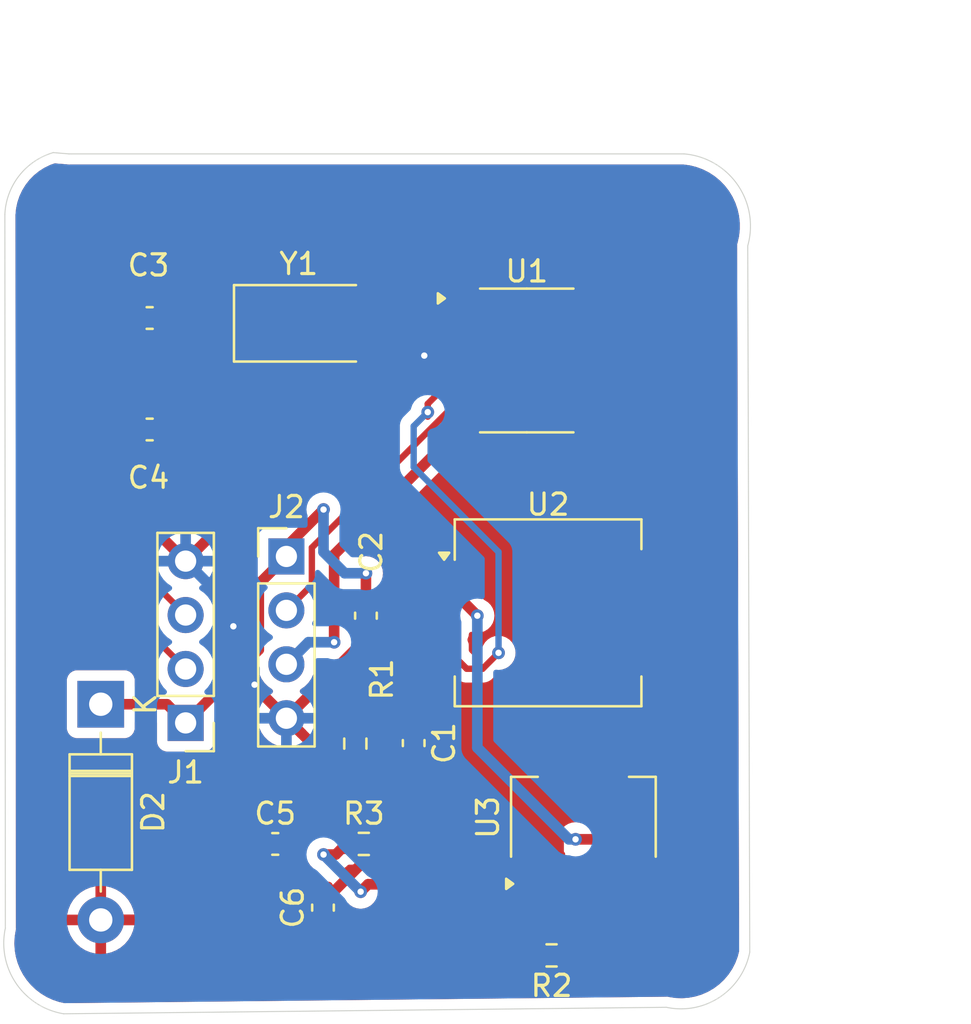
<source format=kicad_pcb>
(kicad_pcb (version 20240108) (generator "pcbnew") (generator_version "8.0")
  (layers (0 "F.Cu" signal) (31 "B.Cu" signal) (34 "B.Paste" user) (35 "F.Paste" user) (36 "B.SilkS" user "B.Silkscreen") (37 "F.SilkS" user "F.Silkscreen") (38 "B.Mask" user) (39 "F.Mask" user) (44 "Edge.Cuts" user))
  (net 0 "")
  (net 1 "+5V")
  (net 2 "GND")
  (net 7 "Net-(U1-PA0)")
  (net 9 "UART_2 RX")
  (net 10 "UART_1 RX")
  (net 13 "UART_2 TX")
  (net 17 "Net-(U1-PC15)")
  (net 21 "UART_1 TX")
  (net 24 "Net-(U1-PC14{slash}PB9)")
  (net 26 "Net-(U3-ADJ)")
  (net 27 "3.3V")
  (footprint "Diode_THT:D_DO-41_SOD81_P10.16mm_Horizontal" (layer "F.Cu") (at 43.5 51.92 -90)
    (property "Reference" "D2" (at 5.08 -2.47 90) (layer "F.SilkS"))
    (property "Value" "1N4007")
    (fp_line (start 2.36 1.47) (end 7.8 1.47) (stroke (width 0.12)) (layer "F.SilkS"))
    (fp_line (start 7.8 1.47) (end 7.8 -1.47) (stroke (width 0.12)) (layer "F.SilkS"))
    (fp_line (start 1.34 0) (end 2.36 0) (stroke (width 0.12)) (layer "F.SilkS"))
    (fp_line (start 8.82 0) (end 7.8 0) (stroke (width 0.12)) (layer "F.SilkS"))
    (fp_line (start 2.36 -1.47) (end 2.36 1.47) (stroke (width 0.12)) (layer "F.SilkS"))
    (fp_line (start 3.14 -1.47) (end 3.14 1.47) (stroke (width 0.12)) (layer "F.SilkS"))
    (fp_line (start 3.26 -1.47) (end 3.26 1.47) (stroke (width 0.12)) (layer "F.SilkS"))
    (fp_line (start 3.38 -1.47) (end 3.38 1.47) (stroke (width 0.12)) (layer "F.SilkS"))
    (fp_line (start 7.8 -1.47) (end 2.36 -1.47) (stroke (width 0.12)) (layer "F.SilkS"))
    (fp_text user "K" (at 0 -2.1 90) (layer "F.SilkS"))
    (pad "1" thru_hole rect (at 0 0 270) (size 2.2 2.2) (drill 1.1) (layers "*.Cu" "*.Mask") (net 1 "+5V"))
    (pad "2" thru_hole oval (at 10.16 0 270) (size 2.2 2.2) (drill 1.1) (layers "*.Cu" "*.Mask") (net 27 "3.3V"))
  )
  (footprint "Package_SO:TSSOP-20_4.4x6.5mm_P0.65mm" (layer "F.Cu") (at 63.5798 35.73)
    (property "Reference" "U1" (at 0 -4.2 0) (layer "F.SilkS"))
    (property "Value" "STM32G030F6Px")
    (fp_line (start 0 -3.385) (end -2.2 -3.385) (stroke (width 0.12)) (layer "F.SilkS"))
    (fp_line (start 0 -3.385) (end 2.2 -3.385) (stroke (width 0.12)) (layer "F.SilkS"))
    (fp_line (start 0 3.385) (end -2.2 3.385) (stroke (width 0.12)) (layer "F.SilkS"))
    (fp_line (start 0 3.385) (end 2.2 3.385) (stroke (width 0.12)) (layer "F.SilkS"))
    (fp_poly (pts (xy -3.86 -2.925) (xy -4.19 -3.165) (xy -4.19 -2.685) (xy -3.86 -2.925)) (stroke (width 0.12)) (fill solid) (layer "F.SilkS"))
    (pad "1" smd roundrect (at -2.8625 -2.925) (size 1.475 0.4) (layers "F.Cu" "F.Paste" "F.Mask") (net 10 "UART_1 RX"))
    (pad "2" smd roundrect (at -2.8625 -2.275) (size 1.475 0.4) (layers "F.Cu" "F.Paste" "F.Mask") (net 24 "Net-(U1-PC14{slash}PB9)"))
    (pad "3" smd roundrect (at -2.8625 -1.625) (size 1.475 0.4) (layers "F.Cu" "F.Paste" "F.Mask") (net 17 "Net-(U1-PC15)"))
    (pad "4" smd roundrect (at -2.8625 -0.975) (size 1.475 0.4) (layers "F.Cu" "F.Paste" "F.Mask") (net 27 "3.3V"))
    (pad "5" smd roundrect (at -2.8625 -0.325) (size 1.475 0.4) (layers "F.Cu" "F.Paste" "F.Mask") (net 2 "GND"))
    (pad "6" smd roundrect (at -2.8625 0.325) (size 1.475 0.4) (layers "F.Cu" "F.Paste" "F.Mask"))
    (pad "7" smd roundrect (at -2.8625 0.975) (size 1.475 0.4) (layers "F.Cu" "F.Paste" "F.Mask") (net 7 "Net-(U1-PA0)"))
    (pad "8" smd roundrect (at -2.8625 1.625) (size 1.475 0.4) (layers "F.Cu" "F.Paste" "F.Mask"))
    (pad "9" smd roundrect (at -2.8625 2.275) (size 1.475 0.4) (layers "F.Cu" "F.Paste" "F.Mask") (net 13 "UART_2 TX"))
    (pad "10" smd roundrect (at -2.8625 2.925) (size 1.475 0.4) (layers "F.Cu" "F.Paste" "F.Mask") (net 9 "UART_2 RX"))
    (pad "11" smd roundrect (at 2.8625 2.925) (size 1.475 0.4) (layers "F.Cu" "F.Paste" "F.Mask"))
    (pad "12" smd roundrect (at 2.8625 2.275) (size 1.475 0.4) (layers "F.Cu" "F.Paste" "F.Mask"))
    (pad "13" smd roundrect (at 2.8625 1.625) (size 1.475 0.4) (layers "F.Cu" "F.Paste" "F.Mask"))
    (pad "14" smd roundrect (at 2.8625 0.975) (size 1.475 0.4) (layers "F.Cu" "F.Paste" "F.Mask"))
    (pad "15" smd roundrect (at 2.8625 0.325) (size 1.475 0.4) (layers "F.Cu" "F.Paste" "F.Mask"))
    (pad "16" smd roundrect (at 2.8625 -0.325) (size 1.475 0.4) (layers "F.Cu" "F.Paste" "F.Mask"))
    (pad "17" smd roundrect (at 2.8625 -0.975) (size 1.475 0.4) (layers "F.Cu" "F.Paste" "F.Mask"))
    (pad "18" smd roundrect (at 2.8625 -1.625) (size 1.475 0.4) (layers "F.Cu" "F.Paste" "F.Mask"))
    (pad "19" smd roundrect (at 2.8625 -2.275) (size 1.475 0.4) (layers "F.Cu" "F.Paste" "F.Mask"))
    (pad "20" smd roundrect (at 2.8625 -2.925) (size 1.475 0.4) (layers "F.Cu" "F.Paste" "F.Mask") (net 21 "UART_1 TX"))
  )
  (footprint "Resistor_SMD:R_0603_1608Metric" (layer "F.Cu") (at 55.5 53.775 -90)
    (property "Reference" "R1" (at -3.025 -1.25 90) (layer "F.SilkS"))
    (property "Value" "51K")
    (fp_line (start -0.237258 0.5225) (end 0.237258 0.5225) (stroke (width 0.12)) (layer "F.SilkS"))
    (fp_line (start -0.237258 -0.5225) (end 0.237258 -0.5225) (stroke (width 0.12)) (layer "F.SilkS"))
    (pad "1" smd roundrect (at -0.825 0 270) (size 0.8 0.95) (layers "F.Cu" "F.Paste" "F.Mask") (net 7 "Net-(U1-PA0)"))
    (pad "2" smd roundrect (at 0.825 0 270) (size 0.8 0.95) (layers "F.Cu" "F.Paste" "F.Mask") (net 2 "GND"))
  )
  (footprint "Capacitor_SMD:C_0603_1608Metric" (layer "F.Cu") (at 45.8048 33.73)
    (property "Reference" "C3" (at -0.0548 -2.48 0) (layer "F.SilkS"))
    (property "Value" "10pF")
    (fp_line (start -0.14058 -0.51) (end 0.14058 -0.51) (stroke (width 0.12)) (layer "F.SilkS"))
    (fp_line (start -0.14058 0.51) (end 0.14058 0.51) (stroke (width 0.12)) (layer "F.SilkS"))
    (pad "1" smd roundrect (at -0.775 0) (size 0.9 0.95) (layers "F.Cu" "F.Paste" "F.Mask") (net 2 "GND"))
    (pad "2" smd roundrect (at 0.775 0) (size 0.9 0.95) (layers "F.Cu" "F.Paste" "F.Mask") (net 24 "Net-(U1-PC14{slash}PB9)"))
  )
  (footprint "Connector_PinHeader_2.54mm:PinHeader_1x04_P2.54mm_Vertical" (layer "F.Cu") (at 47.5 52.8 180)
    (property "Reference" "J1" (at 0 -2.33 180) (layer "F.SilkS"))
    (property "Value" "Conn_01x04_Pin")
    (fp_line (start 1.33 1.27) (end 1.33 8.95) (stroke (width 0.12)) (layer "F.SilkS"))
    (fp_line (start -1.33 8.95) (end 1.33 8.95) (stroke (width 0.12)) (layer "F.SilkS"))
    (fp_line (start -1.33 1.27) (end 1.33 1.27) (stroke (width 0.12)) (layer "F.SilkS"))
    (fp_line (start -1.33 1.27) (end -1.33 8.95) (stroke (width 0.12)) (layer "F.SilkS"))
    (fp_line (start -1.33 0) (end -1.33 -1.33) (stroke (width 0.12)) (layer "F.SilkS"))
    (fp_line (start -1.33 -1.33) (end 0 -1.33) (stroke (width 0.12)) (layer "F.SilkS"))
    (pad "1" thru_hole rect (at 0 0 180) (size 1.7 1.7) (drill 1) (layers "*.Cu" "*.Mask") (net 1 "+5V"))
    (pad "2" thru_hole oval (at 0 2.54 180) (size 1.7 1.7) (drill 1) (layers "*.Cu" "*.Mask") (net 21 "UART_1 TX"))
    (pad "3" thru_hole oval (at 0 5.08 180) (size 1.7 1.7) (drill 1) (layers "*.Cu" "*.Mask") (net 10 "UART_1 RX"))
    (pad "4" thru_hole oval (at 0 7.62 180) (size 1.7 1.7) (drill 1) (layers "*.Cu" "*.Mask") (net 2 "GND"))
  )
  (footprint "Resistor_SMD:R_0603_1608Metric" (layer "F.Cu") (at 55.9 58.5)
    (property "Reference" "R3" (at 0 -1.43 0) (layer "F.SilkS"))
    (property "Value" "R")
    (fp_line (start -0.237258 -0.5225) (end 0.237258 -0.5225) (stroke (width 0.12)) (layer "F.SilkS"))
    (fp_line (start -0.237258 0.5225) (end 0.237258 0.5225) (stroke (width 0.12)) (layer "F.SilkS"))
    (pad "1" smd roundrect (at -0.825 0) (size 0.8 0.95) (layers "F.Cu" "F.Paste" "F.Mask") (net 26 "Net-(U3-ADJ)"))
    (pad "2" smd roundrect (at 0.825 0) (size 0.8 0.95) (layers "F.Cu" "F.Paste" "F.Mask") (net 2 "GND"))
  )
  (footprint "Capacitor_SMD:C_0603_1608Metric" (layer "F.Cu") (at 45.8048 38.98)
    (property "Reference" "C4" (at -0.0548 2.27 0) (layer "F.SilkS"))
    (property "Value" "10pF")
    (fp_line (start -0.14058 -0.51) (end 0.14058 -0.51) (stroke (width 0.12)) (layer "F.SilkS"))
    (fp_line (start -0.14058 0.51) (end 0.14058 0.51) (stroke (width 0.12)) (layer "F.SilkS"))
    (pad "1" smd roundrect (at -0.775 0) (size 0.9 0.95) (layers "F.Cu" "F.Paste" "F.Mask") (net 2 "GND"))
    (pad "2" smd roundrect (at 0.775 0) (size 0.9 0.95) (layers "F.Cu" "F.Paste" "F.Mask") (net 17 "Net-(U1-PC15)"))
  )
  (footprint "Package_TO_SOT_SMD:SOT-223-3_TabPin2" (layer "F.Cu") (at 66.25 57.25 90)
    (property "Reference" "U3" (at 0 -4.5 270) (layer "F.SilkS"))
    (property "Value" "AMS1117")
    (fp_line (start 1.91 -3.41) (end 1.91 -2.15) (stroke (width 0.12)) (layer "F.SilkS"))
    (fp_line (start -1.85 -3.41) (end 1.91 -3.41) (stroke (width 0.12)) (layer "F.SilkS"))
    (fp_line (start 1.91 3.41) (end 1.91 2.15) (stroke (width 0.12)) (layer "F.SilkS"))
    (fp_line (start -1.85 3.41) (end 1.91 3.41) (stroke (width 0.12)) (layer "F.SilkS"))
    (fp_poly (pts (xy -3.13 -3.31) (xy -3.37 -3.64) (xy -2.89 -3.64) (xy -3.13 -3.31)) (stroke (width 0.12)) (fill solid) (layer "F.SilkS"))
    (pad "1" smd roundrect (at -3.15 -2.3 90) (size 2 1.5) (layers "F.Cu" "F.Paste" "F.Mask") (net 26 "Net-(U3-ADJ)"))
    (pad "2" smd roundrect (at -3.15 0 90) (size 2 1.5) (layers "F.Cu" "F.Paste" "F.Mask") (net 27 "3.3V"))
    (pad "2" smd roundrect (at 3.15 0 90) (size 2 3.8) (layers "F.Cu" "F.Paste" "F.Mask") (net 27 "3.3V"))
    (pad "3" smd roundrect (at -3.15 2.3 90) (size 2 1.5) (layers "F.Cu" "F.Paste" "F.Mask") (net 1 "+5V"))
  )
  (footprint "Capacitor_SMD:C_0603_1608Metric" (layer "F.Cu") (at 58.25 53.75 -90)
    (property "Reference" "C1" (at 0 -1.43 90) (layer "F.SilkS"))
    (property "Value" "47pF" (hide yes))
    (fp_line (start -0.14058 0.51) (end 0.14058 0.51) (stroke (width 0.12)) (layer "F.SilkS"))
    (fp_line (start -0.14058 -0.51) (end 0.14058 -0.51) (stroke (width 0.12)) (layer "F.SilkS"))
    (pad "1" smd roundrect (at -0.775 0 270) (size 0.9 0.95) (layers "F.Cu" "F.Paste" "F.Mask") (net 7 "Net-(U1-PA0)"))
    (pad "2" smd roundrect (at 0.775 0 270) (size 0.9 0.95) (layers "F.Cu" "F.Paste" "F.Mask") (net 2 "GND"))
  )
  (footprint "Sensor_Pressure:Freescale_98ARH99089A" (layer "F.Cu") (at 64.5851 47.615)
    (property "Reference" "U2" (at 0 -5.1 0) (layer "F.SilkS"))
    (property "Value" "MPXA6115A")
    (fp_line (start -4.4 -4.4) (end -4.4 -2.5) (stroke (width 0.12)) (layer "F.SilkS"))
    (fp_line (start -4.4 4.4) (end -4.4 3) (stroke (width 0.12)) (layer "F.SilkS"))
    (fp_line (start 4.4 -4.4) (end -4.4 -4.4) (stroke (width 0.12)) (layer "F.SilkS"))
    (fp_line (start 4.4 -3) (end 4.4 -4.4) (stroke (width 0.12)) (layer "F.SilkS"))
    (fp_line (start 4.4 3) (end 4.4 4.4) (stroke (width 0.12)) (layer "F.SilkS"))
    (fp_line (start 4.4 4.4) (end -4.4 4.4) (stroke (width 0.12)) (layer "F.SilkS"))
    (fp_poly (pts (xy -4.9 -2.5) (xy -5.14 -2.83) (xy -4.66 -2.83) (xy -4.9 -2.5)) (stroke (width 0.12)) (fill solid) (layer "F.SilkS"))
    (pad "1" smd rect (at -4.9149 -1.905) (size 1.35 0.7) (layers "F.Cu" "F.Paste" "F.Mask"))
    (pad "2" smd rect (at -4.9149 -0.635) (size 1.35 0.7) (layers "F.Cu" "F.Paste" "F.Mask") (net 1 "+5V"))
    (pad "3" smd rect (at -4.9149 0.635) (size 1.35 0.7) (layers "F.Cu" "F.Paste" "F.Mask") (net 2 "GND"))
    (pad "4" smd rect (at -4.9149 1.905) (size 1.35 0.7) (layers "F.Cu" "F.Paste" "F.Mask") (net 7 "Net-(U1-PA0)"))
    (pad "5" smd rect (at 4.9149 1.905) (size 1.35 0.7) (layers "F.Cu" "F.Paste" "F.Mask"))
    (pad "6" smd rect (at 4.9149 0.635) (size 1.35 0.7) (layers "F.Cu" "F.Paste" "F.Mask"))
    (pad "7" smd rect (at 4.9149 -0.635) (size 1.35 0.7) (layers "F.Cu" "F.Paste" "F.Mask"))
    (pad "8" smd rect (at 4.9149 -1.905) (size 1.35 0.7) (layers "F.Cu" "F.Paste" "F.Mask"))
  )
  (footprint "Capacitor_SMD:C_0603_1608Metric" (layer "F.Cu") (at 56 47.75 -90)
    (property "Reference" "C2" (at -3 -0.25 90) (layer "F.SilkS"))
    (property "Value" "100nF")
    (fp_line (start -0.14058 0.51) (end 0.14058 0.51) (stroke (width 0.12)) (layer "F.SilkS"))
    (fp_line (start -0.14058 -0.51) (end 0.14058 -0.51) (stroke (width 0.12)) (layer "F.SilkS"))
    (pad "1" smd roundrect (at -0.775 0 270) (size 0.9 0.95) (layers "F.Cu" "F.Paste" "F.Mask") (net 1 "+5V"))
    (pad "2" smd roundrect (at 0.775 0 270) (size 0.9 0.95) (layers "F.Cu" "F.Paste" "F.Mask") (net 2 "GND"))
  )
  (footprint "Capacitor_SMD:C_0603_1608Metric" (layer "F.Cu") (at 53.975 61.5 90)
    (property "Reference" "C6" (at 0 -1.43 270) (layer "F.SilkS"))
    (property "Value" "22uF")
    (fp_line (start -0.14058 -0.51) (end 0.14058 -0.51) (stroke (width 0.12)) (layer "F.SilkS"))
    (fp_line (start -0.14058 0.51) (end 0.14058 0.51) (stroke (width 0.12)) (layer "F.SilkS"))
    (pad "1" smd roundrect (at -0.775 0 90) (size 0.9 0.95) (layers "F.Cu" "F.Paste" "F.Mask") (net 27 "3.3V"))
    (pad "2" smd roundrect (at 0.775 0 90) (size 0.9 0.95) (layers "F.Cu" "F.Paste" "F.Mask") (net 2 "GND"))
  )
  (footprint "Resistor_SMD:R_0603_1608Metric" (layer "F.Cu") (at 64.75 63.75 180)
    (property "Reference" "R2" (at 0 -1.43 180) (layer "F.SilkS"))
    (property "Value" "R")
    (fp_line (start -0.237258 0.5225) (end 0.237258 0.5225) (stroke (width 0.12)) (layer "F.SilkS"))
    (fp_line (start -0.237258 -0.5225) (end 0.237258 -0.5225) (stroke (width 0.12)) (layer "F.SilkS"))
    (pad "1" smd roundrect (at -0.825 0 180) (size 0.8 0.95) (layers "F.Cu" "F.Paste" "F.Mask") (net 27 "3.3V"))
    (pad "2" smd roundrect (at 0.825 0 180) (size 0.8 0.95) (layers "F.Cu" "F.Paste" "F.Mask") (net 26 "Net-(U3-ADJ)"))
  )
  (footprint "Connector_PinHeader_2.54mm:PinHeader_1x04_P2.54mm_Vertical" (layer "F.Cu") (at 52.25 44.96)
    (property "Reference" "J2" (at 0 -2.33 0) (layer "F.SilkS"))
    (property "Value" "Conn_01x04_Pin")
    (fp_line (start -1.33 -1.33) (end 0 -1.33) (stroke (width 0.12)) (layer "F.SilkS"))
    (fp_line (start -1.33 0) (end -1.33 -1.33) (stroke (width 0.12)) (layer "F.SilkS"))
    (fp_line (start -1.33 1.27) (end -1.33 8.95) (stroke (width 0.12)) (layer "F.SilkS"))
    (fp_line (start -1.33 1.27) (end 1.33 1.27) (stroke (width 0.12)) (layer "F.SilkS"))
    (fp_line (start -1.33 8.95) (end 1.33 8.95) (stroke (width 0.12)) (layer "F.SilkS"))
    (fp_line (start 1.33 1.27) (end 1.33 8.95) (stroke (width 0.12)) (layer "F.SilkS"))
    (pad "1" thru_hole rect (at 0 0) (size 1.7 1.7) (drill 1) (layers "*.Cu" "*.Mask") (net 1 "+5V"))
    (pad "2" thru_hole oval (at 0 2.54) (size 1.7 1.7) (drill 1) (layers "*.Cu" "*.Mask") (net 13 "UART_2 TX"))
    (pad "3" thru_hole oval (at 0 5.08) (size 1.7 1.7) (drill 1) (layers "*.Cu" "*.Mask") (net 9 "UART_2 RX"))
    (pad "4" thru_hole oval (at 0 7.62) (size 1.7 1.7) (drill 1) (layers "*.Cu" "*.Mask") (net 2 "GND"))
  )
  (footprint "Capacitor_SMD:C_0603_1608Metric" (layer "F.Cu") (at 51.725 58.5)
    (property "Reference" "C5" (at 0 -1.43 0) (layer "F.SilkS"))
    (property "Value" "10uF")
    (fp_line (start -0.14058 -0.51) (end 0.14058 -0.51) (stroke (width 0.12)) (layer "F.SilkS"))
    (fp_line (start -0.14058 0.51) (end 0.14058 0.51) (stroke (width 0.12)) (layer "F.SilkS"))
    (pad "1" smd roundrect (at -0.775 0) (size 0.9 0.95) (layers "F.Cu" "F.Paste" "F.Mask") (net 26 "Net-(U3-ADJ)"))
    (pad "2" smd roundrect (at 0.775 0) (size 0.9 0.95) (layers "F.Cu" "F.Paste" "F.Mask") (net 2 "GND"))
  )
  (footprint "Crystal:Crystal_SMD_5032-2Pin_5.0x3.2mm" (layer "F.Cu") (at 52.8298 33.98)
    (property "Reference" "Y1" (at 0 -2.8 0) (layer "F.SilkS"))
    (property "Value" "8Mhz")
    (fp_line (start -3.05 -1.8) (end -3.05 1.8) (stroke (width 0.12)) (layer "F.SilkS"))
    (fp_line (start -3.05 1.8) (end 2.7 1.8) (stroke (width 0.12)) (layer "F.SilkS"))
    (fp_line (start 2.7 -1.8) (end -3.05 -1.8) (stroke (width 0.12)) (layer "F.SilkS"))
    (pad "1" smd rect (at -1.85 0) (size 2 2.4) (layers "F.Cu" "F.Paste" "F.Mask") (net 24 "Net-(U1-PC14{slash}PB9)"))
    (pad "2" smd rect (at 1.85 0) (size 2 2.4) (layers "F.Cu" "F.Paste" "F.Mask") (net 17 "Net-(U1-PC15)"))
  )
  (gr_line (start 73.997065 30.326462) (end 74.092263 63.59686) (stroke (width 0.05)) (layer "Edge.Cuts"))
  (gr_line (start 39.002032 62.469347) (end 38.979603 28.845197) (stroke (width 0.05)) (layer "Edge.Cuts"))
  (gr_arc (start 41.75 66.499999) (mid 39.512669 65.073275) (end 39.002032 62.469347) (stroke (width 0.05)) (layer "Edge.Cuts"))
  (gr_arc (start 38.979603 28.845197) (mid 39.653826 27.026353) (end 41.259963 25.938653) (stroke (width 0.05)) (layer "Edge.Cuts"))
  (gr_line (start 70.160376 66.193886) (end 41.75 66.5) (stroke (width 0.05)) (layer "Edge.Cuts"))
  (gr_arc (start 74.092262 63.59686) (mid 72.671359 65.720562) (end 70.160376 66.193886) (stroke (width 0.05)) (layer "Edge.Cuts"))
  (gr_arc (start 71 26.000001) (mid 73.519076 27.456272) (end 73.997065 30.326462) (stroke (width 0.05)) (layer "Edge.Cuts"))
  (gr_line (start 42 26) (end 41.259963 25.938653) (stroke (width 0.05)) (layer "Edge.Cuts"))
  (gr_line (start 42 26) (end 71 26) (stroke (width 0.05)) (layer "Edge.Cuts"))
  (segment (start 56 46.975) (end 59.6652 46.975) (width 0.5) (layer "F.Cu") (net 1))
  (segment (start 46.62 51.92) (end 47.5 52.8) (width 0.5) (layer "F.Cu") (net 1))
  (segment (start 52.25 44.96) (end 52.25 44.5) (width 0.5) (layer "F.Cu") (net 1))
  (segment (start 68.55 60.4) (end 68.9 60.4) (width 0.5) (layer "F.Cu") (net 1))
  (segment (start 50.95 49.35) (end 50.95 46.26) (width 0.5) (layer "F.Cu") (net 1))
  (segment (start 52.25 44.5) (end 54 42.75) (width 0.5) (layer "F.Cu") (net 1))
  (segment (start 66.782821 58.282821) (end 65.879974 58.282821) (width 0.5) (layer "F.Cu") (net 1))
  (segment (start 60.48 46.98) (end 61.25 47.75) (width 0.5) (layer "F.Cu") (net 1))
  (segment (start 56.005 46.98) (end 56 46.975) (width 0.3) (layer "F.Cu") (net 1))
  (segment (start 50.95 46.26) (end 52.25 44.96) (width 0.5) (layer "F.Cu") (net 1))
  (segment (start 47.5 52.8) (end 50.95 49.35) (width 0.5) (layer "F.Cu") (net 1))
  (segment (start 52.25 44.96) (end 52.5 44.96) (width 0.5) (layer "F.Cu") (net 1))
  (segment (start 56 45.75) (end 56 46.975) (width 0.5) (layer "F.Cu") (net 1))
  (segment (start 69 60.5) (end 66.782821 58.282821) (width 0.5) (layer "F.Cu") (net 1))
  (segment (start 43.5 51.92) (end 46.62 51.92) (width 0.5) (layer "F.Cu") (net 1))
  (segment (start 59.6702 46.98) (end 60.48 46.98) (width 0.5) (layer "F.Cu") (net 1))
  (segment (start 68.9 60.4) (end 69 60.5) (width 0.5) (layer "F.Cu") (net 1))
  (via (at 54 42.75) (size 0.6) (drill 0.3) (layers "F.Cu" "B.Cu") (net 1))
  (via (at 61.25 47.75) (size 0.6) (drill 0.3) (layers "F.Cu" "B.Cu") (net 1))
  (via (at 65.879974 58.282821) (size 0.6) (drill 0.3) (layers "F.Cu" "B.Cu") (net 1))
  (via (at 56 45.75) (size 0.6) (drill 0.3) (layers "F.Cu" "B.Cu") (net 1))
  (segment (start 54 42.75) (end 54 44.75) (width 0.5) (layer "B.Cu") (net 1))
  (segment (start 55 45.75) (end 55.75 45.75) (width 0.5) (layer "B.Cu") (net 1))
  (segment (start 65.879974 58.282821) (end 65.565822 58.282821) (width 0.5) (layer "B.Cu") (net 1))
  (segment (start 65.565822 58.282821) (end 61.25 53.966999) (width 0.5) (layer "B.Cu") (net 1))
  (segment (start 55.75 45.75) (end 56 45.75) (width 0.5) (layer "B.Cu") (net 1))
  (segment (start 61.25 53.966999) (end 61.25 47.75) (width 0.5) (layer "B.Cu") (net 1))
  (segment (start 54 44.75) (end 55 45.75) (width 0.5) (layer "B.Cu") (net 1))
  (segment (start 45.0298 38.98) (end 45.0298 42.7798) (width 0.5) (layer "F.Cu") (net 2))
  (segment (start 52.96 53.29) (end 52.25 52.58) (width 0.5) (layer "F.Cu") (net 2))
  (segment (start 53.975 60.725) (end 54.5 60.725) (width 0.5) (layer "F.Cu") (net 2))
  (segment (start 56.275 48.25) (end 56 48.525) (width 0.5) (layer "F.Cu") (net 2))
  (segment (start 52.96 53.29) (end 50.75 51.08) (width 0.5) (layer "F.Cu") (net 2))
  (segment (start 60.7173 35.405) (end 58.845 35.405) (width 0.5) (layer "F.Cu") (net 2))
  (segment (start 52.5 58.5) (end 52.5 59.25) (width 0.5) (layer "F.Cu") (net 2))
  (segment (start 45.0298 38.98) (end 45.0298 33.73) (width 0.5) (layer "F.Cu") (net 2))
  (segment (start 54.27 54.6) (end 52.96 53.29) (width 0.5) (layer "F.Cu") (net 2))
  (segment (start 58.75 35.5) (end 57.18 35.5) (width 0.5) (layer "F.Cu") (net 2))
  (segment (start 45.32 43) (end 47.5 45.18) (width 0.5) (layer "F.Cu") (net 2))
  (segment (start 55.5 54.6) (end 54.27 54.6) (width 0.5) (layer "F.Cu") (net 2))
  (segment (start 58.845 35.405) (end 58.75 35.5) (width 0.5) (layer "F.Cu") (net 2))
  (segment (start 56 48.83) (end 56 48.525) (width 0.5) (layer "F.Cu") (net 2))
  (segment (start 50.75 51.08) (end 50.75 51) (width 0.5) (layer "F.Cu") (net 2))
  (segment (start 55.575 54.525) (end 55.5 54.6) (width 0.5) (layer "F.Cu") (net 2))
  (segment (start 54.5 60.725) (end 56.725 58.5) (width 0.5) (layer "F.Cu") (net 2))
  (segment (start 56.725 58.5) (end 56.725 55.825) (width 0.5) (layer "F.Cu") (net 2))
  (segment (start 52.5 59.25) (end 53.975 60.725) (width 0.5) (layer "F.Cu") (net 2))
  (segment (start 56.725 55.825) (end 55.5 54.6) (width 0.5) (layer "F.Cu") (net 2))
  (segment (start 59.6702 48.25) (end 56.275 48.25) (width 0.5) (layer "F.Cu") (net 2))
  (segment (start 45.25 43) (end 45.32 43) (width 0.5) (layer "F.Cu") (net 2))
  (segment (start 45.0298 42.7798) (end 45.25 43) (width 0.5) (layer "F.Cu") (net 2))
  (segment (start 57.18 35.5) (end 56.555 36.125) (width 0.5) (layer "F.Cu") (net 2))
  (segment (start 58.25 54.525) (end 55.575 54.525) (width 0.5) (layer "F.Cu") (net 2))
  (segment (start 56.555 36.125) (end 47.5 45.18) (width 0.5) (layer "F.Cu") (net 2))
  (segment (start 52.25 52.58) (end 56 48.83) (width 0.5) (layer "F.Cu") (net 2))
  (via (at 50.75 51) (size 0.6) (drill 0.3) (layers "F.Cu" "B.Cu") (net 2))
  (via (at 49.75 48.25) (size 0.6) (drill 0.3) (layers "F.Cu" "B.Cu") (net 2))
  (via (at 58.75 35.5) (size 0.6) (drill 0.3) (layers "F.Cu" "B.Cu") (net 2))
  (segment (start 49.75 47.43) (end 49.75 48.25) (width 0.5) (layer "B.Cu") (net 2))
  (segment (start 50.75 51) (end 50.75 50.25) (width 0.5) (layer "B.Cu") (net 2))
  (segment (start 47.5 45.18) (end 49.75 47.43) (width 0.5) (layer "B.Cu") (net 2))
  (segment (start 50.75 50.25) (end 50 49.5) (width 0.5) (layer "B.Cu") (net 2))
  (segment (start 50 49.5) (end 49.75 49.25) (width 0.5) (layer "B.Cu") (net 2))
  (segment (start 49.75 49.25) (end 49.75 48.25) (width 0.5) (layer "B.Cu") (net 2))
  (segment (start 58.913196 37.771605) (end 58.913196 38.163196) (width 0.3) (layer "F.Cu") (net 7))
  (segment (start 58.913196 38.163196) (end 58.913196 38.37533) (width 0.3) (layer "F.Cu") (net 7))
  (segment (start 59.979801 36.705) (end 58.913196 37.771605) (width 0.3) (layer "F.Cu") (net 7))
  (segment (start 61.5 50.25) (end 62.25 49.5) (width 0.3) (layer "F.Cu") (net 7))
  (segment (start 55.525 52.975) (end 55.5 52.95) (width 0.3) (layer "F.Cu") (net 7))
  (segment (start 59.6702 49.52) (end 60.02 49.52) (width 0.3) (layer "F.Cu") (net 7))
  (segment (start 58.25 52.975) (end 58.25 50.75) (width 0.3) (layer "F.Cu") (net 7))
  (segment (start 60.02 49.52) (end 60.75 50.25) (width 0.3) (layer "F.Cu") (net 7))
  (segment (start 60.75 50.25) (end 61.5 50.25) (width 0.3) (layer "F.Cu") (net 7))
  (segment (start 58.25 50.75) (end 59.48 49.52) (width 0.3) (layer "F.Cu") (net 7))
  (segment (start 60.7173 36.705) (end 59.979801 36.705) (width 0.3) (layer "F.Cu") (net 7))
  (segment (start 59.48 49.52) (end 59.6702 49.52) (width 0.3) (layer "F.Cu") (net 7))
  (segment (start 58.25 52.975) (end 55.525 52.975) (width 0.3) (layer "F.Cu") (net 7))
  (via (at 62.25 49.5) (size 0.6) (drill 0.3) (layers "F.Cu" "B.Cu") (net 7))
  (via (at 58.913196 38.163196) (size 0.6) (drill 0.3) (layers "F.Cu" "B.Cu") (net 7))
  (segment (start 62.25 44.75) (end 62.25 49.5) (width 0.3) (layer "B.Cu") (net 7))
  (segment (start 58.913196 38.163196) (end 58.25 38.826392) (width 0.3) (layer "B.Cu") (net 7))
  (segment (start 58.25 38.826392) (end 58.25 40.75) (width 0.3) (layer "B.Cu") (net 7))
  (segment (start 58.25 40.75) (end 62.25 44.75) (width 0.3) (layer "B.Cu") (net 7))
  (segment (start 60.7173 38.655) (end 54.5 44.8723) (width 0.5) (layer "F.Cu") (net 9))
  (segment (start 54.5 44.8723) (end 54.5 49) (width 0.5) (layer "F.Cu") (net 9))
  (via (at 54.5 49) (size 0.6) (drill 0.3) (layers "F.Cu" "B.Cu") (net 9))
  (segment (start 53.29 49) (end 52.25 50.04) (width 0.5) (layer "B.Cu") (net 9))
  (segment (start 54.5 49) (end 53.29 49) (width 0.5) (layer "B.Cu") (net 9))
  (segment (start 56.9123 29) (end 60.7173 32.805) (width 0.3) (layer "F.Cu") (net 10))
  (segment (start 43.5 43.72) (end 43.5 31.5) (width 0.3) (layer "F.Cu") (net 10))
  (segment (start 46 29) (end 56.9123 29) (width 0.3) (layer "F.Cu") (net 10))
  (segment (start 47.5 47.72) (end 43.5 43.72) (width 0.3) (layer "F.Cu") (net 10))
  (segment (start 43.5 31.5) (end 46 29) (width 0.3) (layer "F.Cu") (net 10))
  (segment (start 59.990632 38.005) (end 53.45 44.545632) (width 0.3) (layer "F.Cu") (net 13))
  (segment (start 53.45 46.3) (end 52.25 47.5) (width 0.3) (layer "F.Cu") (net 13))
  (segment (start 60.7173 38.005) (end 59.990632 38.005) (width 0.3) (layer "F.Cu") (net 13))
  (segment (start 53.45 44.545632) (end 53.45 46.3) (width 0.3) (layer "F.Cu") (net 13))
  (segment (start 60.005 34.005) (end 54.7048 34.005) (width 0.3) (layer "F.Cu") (net 17))
  (segment (start 54.6798 33.98) (end 49.6798 38.98) (width 0.3) (layer "F.Cu") (net 17))
  (segment (start 60.7173 34.105) (end 60.105 34.105) (width 0.3) (layer "F.Cu") (net 17))
  (segment (start 60.105 34.105) (end 60.005 34.005) (width 0.3) (layer "F.Cu") (net 17))
  (segment (start 54.7048 34.005) (end 54.6798 33.98) (width 0.3) (layer "F.Cu") (net 17))
  (segment (start 49.6798 38.98) (end 46.5798 38.98) (width 0.3) (layer "F.Cu") (net 17))
  (segment (start 62.1373 28.5) (end 66.4423 32.805) (width 0.3) (layer "F.Cu") (net 21))
  (segment (start 47.5 50.26) (end 43 45.76) (width 0.3) (layer "F.Cu") (net 21))
  (segment (start 43 45.76) (end 43 31.292894) (width 0.3) (layer "F.Cu") (net 21))
  (segment (start 43 31.292894) (end 45.792893 28.5) (width 0.3) (layer "F.Cu") (net 21))
  (segment (start 45.792893 28.5) (end 62.1373 28.5) (width 0.3) (layer "F.Cu") (net 21))
  (segment (start 52 30) (end 50.9798 31.0202) (width 0.3) (layer "F.Cu") (net 24))
  (segment (start 50.23 33.73) (end 46.5798 33.73) (width 0.3) (layer "F.Cu") (net 24))
  (segment (start 60.7173 33.355) (end 61 33.355) (width 0.3) (layer "F.Cu") (net 24))
  (segment (start 50.9798 33.98) (end 50.48 33.98) (width 0.3) (layer "F.Cu") (net 24))
  (segment (start 56.5 30) (end 52 30) (width 0.3) (layer "F.Cu") (net 24))
  (segment (start 50.48 33.98) (end 50.23 33.73) (width 0.3) (layer "F.Cu") (net 24))
  (segment (start 59.955 33.455) (end 56.5 30) (width 0.3) (layer "F.Cu") (net 24))
  (segment (start 60.7173 33.455) (end 59.955 33.455) (width 0.3) (layer "F.Cu") (net 24))
  (segment (start 60.7173 33.455) (end 60.7173 33.355) (width 0.3) (layer "F.Cu") (net 24))
  (segment (start 50.9798 31.0202) (end 50.9798 33.98) (width 0.3) (layer "F.Cu") (net 24))
  (segment (start 50.95 57.85) (end 51.55 57.25) (width 0.3) (layer "F.Cu") (net 26))
  (segment (start 50.95 58.5) (end 50.95 57.85) (width 0.3) (layer "F.Cu") (net 26))
  (segment (start 54.575 59) (end 55.075 58.5) (width 0.5) (layer "F.Cu") (net 26))
  (segment (start 53.825 57.25) (end 55.075 58.5) (width 0.3) (layer "F.Cu") (net 26))
  (segment (start 56.1 60.4) (end 55.75 60.75) (width 0.5) (layer "F.Cu") (net 26))
  (segment (start 63.95 60.4) (end 56.1 60.4) (width 0.5) (layer "F.Cu") (net 26))
  (segment (start 54 59) (end 54.575 59) (width 0.5) (layer "F.Cu") (net 26))
  (segment (start 51.55 57.25) (end 53.825 57.25) (width 0.3) (layer "F.Cu") (net 26))
  (segment (start 63.925 60.425) (end 63.95 60.4) (width 0.5) (layer "F.Cu") (net 26))
  (segment (start 63.925 63.75) (end 63.925 60.425) (width 0.5) (layer "F.Cu") (net 26))
  (via (at 54 59) (size 0.6) (drill 0.3) (layers "F.Cu" "B.Cu") (net 26))
  (via (at 55.75 60.75) (size 0.6) (drill 0.3) (layers "F.Cu" "B.Cu") (net 26))
  (segment (start 55.75 60.75) (end 54 59) (width 0.5) (layer "B.Cu") (net 26))
  (segment (start 43.5 62.08) (end 53.78 62.08) (width 0.5) (layer "F.Cu") (net 27))
  (segment (start 61.745 34.755) (end 60.7173 34.755) (width 0.3) (layer "F.Cu") (net 27))
  (segment (start 66.25 60.4) (end 66.25 63.075) (width 0.5) (layer "F.Cu") (net 27))
  (segment (start 65.080804 59.230804) (end 65.080804 55.269196) (width 0.5) (layer "F.Cu") (net 27))
  (segment (start 65.575 64.675) (end 65.575 63.75) (width 0.5) (layer "F.Cu") (net 27))
  (segment (start 65.080804 55.269196) (end 66.25 54.1) (width 0.5) (layer "F.Cu") (net 27))
  (segment (start 64 34) (end 65 35) (width 0.5) (layer "F.Cu") (net 27))
  (segment (start 62.5 34) (end 61.745 34.755) (width 0.3) (layer "F.Cu") (net 27))
  (segment (start 62.5 34) (end 64 34) (width 0.5) (layer "F.Cu") (net 27))
  (segment (start 61.75 63.5) (end 63.25 65) (width 0.5) (layer "F.Cu") (net 27))
  (segment (start 63.25 65) (end 65.25 65) (width 0.5) (layer "F.Cu") (net 27))
  (segment (start 53.975 62.275) (end 53.975 62.975) (width 0.5) (layer "F.Cu") (net 27))
  (segment (start 53.78 62.08) (end 53.975 62.275) (width 0.5) (layer "F.Cu") (net 27))
  (segment (start 53.975 62.975) (end 54.5 63.5) (width 0.5) (layer "F.Cu") (net 27))
  (segment (start 66.25 63.075) (end 65.575 63.75) (width 0.5) (layer "F.Cu") (net 27))
  (segment (start 54.5 63.5) (end 61.75 63.5) (width 0.5) (layer "F.Cu") (net 27))
  (segment (start 66.25 60.4) (end 65.080804 59.230804) (width 0.5) (layer "F.Cu") (net 27))
  (segment (start 65.25 65) (end 65.575 64.675) (width 0.5) (layer "F.Cu") (net 27))
  (segment (start 65 35) (end 65 52.85) (width 0.5) (layer "F.Cu") (net 27))
  (segment (start 65 52.85) (end 66.25 54.1) (width 0.5) (layer "F.Cu") (net 27))
  (zone (net 27) (net_name "3.3V") (layer "F.Cu") (priority 1) (connect_pads (clearance 0.5)) (min_thickness 0.25) (fill yes (thermal_gap 0.5) (thermal_bridge_width 0.5))
    (polygon (pts (xy 38.75 26.25) (xy 74 26.25) (xy 73.75 66.5) (xy 39 67)))
  )
  (zone (net 2) (net_name "GND") (layers "F&B.Cu") (connect_pads (clearance 0.5)) (min_thickness 0.25) (fill yes (thermal_gap 0.5) (thermal_bridge_width 0.5))
    (polygon (pts (xy 38.75 26) (xy 74 26) (xy 74 66.5) (xy 73.75 66.25) (xy 39 66.75)))
  )
)
</source>
